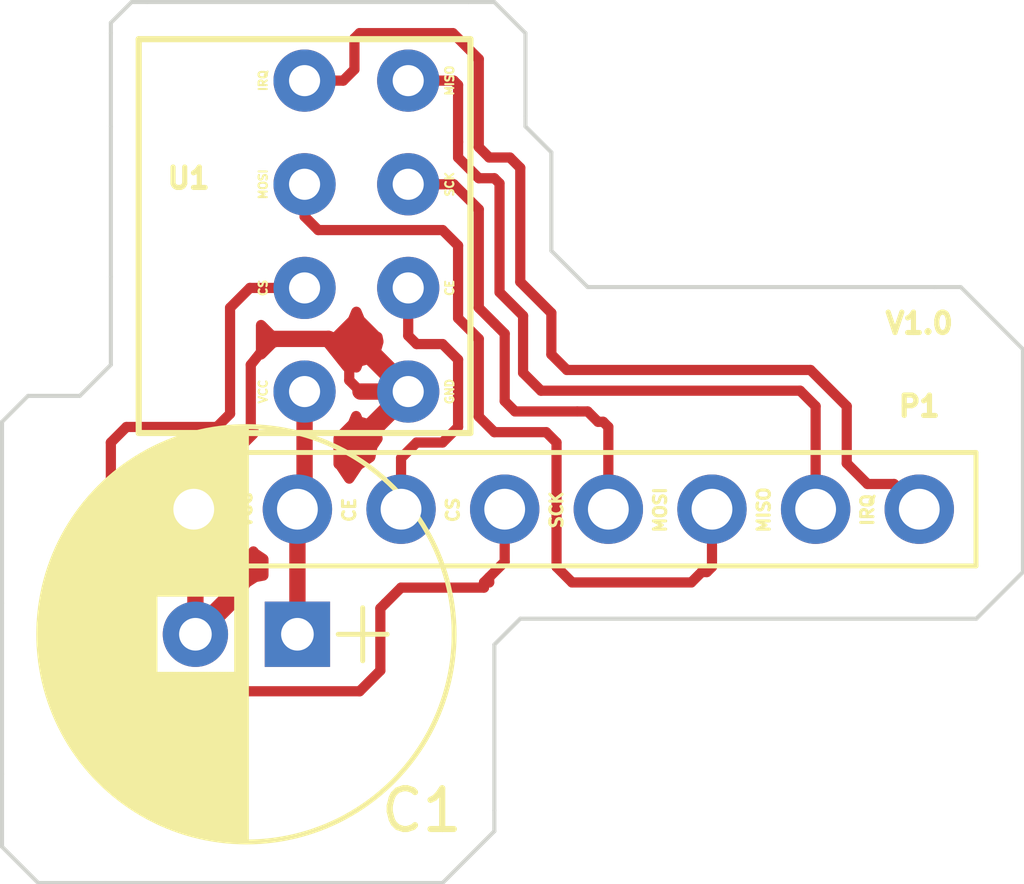
<source format=kicad_pcb>
(kicad_pcb (version 4) (host pcbnew 4.0.4-stable)

  (general
    (links 10)
    (no_connects 0)
    (area 147.269999 97.739999 172.389001 119.430001)
    (thickness 1.6)
    (drawings 43)
    (tracks 116)
    (zones 0)
    (modules 3)
    (nets 9)
  )

  (page A4)
  (layers
    (0 F.Cu signal)
    (31 B.Cu signal)
    (32 B.Adhes user)
    (33 F.Adhes user)
    (34 B.Paste user)
    (35 F.Paste user)
    (36 B.SilkS user)
    (37 F.SilkS user)
    (38 B.Mask user)
    (39 F.Mask user)
    (40 Dwgs.User user)
    (41 Cmts.User user)
    (42 Eco1.User user)
    (43 Eco2.User user)
    (44 Edge.Cuts user)
    (45 Margin user)
    (46 B.CrtYd user)
    (47 F.CrtYd user)
    (48 B.Fab user)
    (49 F.Fab user)
  )

  (setup
    (last_trace_width 0.25)
    (user_trace_width 0.4)
    (trace_clearance 0.2)
    (zone_clearance 0.508)
    (zone_45_only no)
    (trace_min 0.2)
    (segment_width 0.2)
    (edge_width 0.1)
    (via_size 0.6)
    (via_drill 0.4)
    (via_min_size 0.4)
    (via_min_drill 0.3)
    (uvia_size 0.3)
    (uvia_drill 0.1)
    (uvias_allowed no)
    (uvia_min_size 0.2)
    (uvia_min_drill 0.1)
    (pcb_text_width 0.3)
    (pcb_text_size 1.5 1.5)
    (mod_edge_width 0.15)
    (mod_text_size 1 1)
    (mod_text_width 0.15)
    (pad_size 1.5 1.5)
    (pad_drill 0.6)
    (pad_to_mask_clearance 0)
    (aux_axis_origin 0 0)
    (visible_elements 7FFFFFFF)
    (pcbplotparams
      (layerselection 0x010f0_80000001)
      (usegerberextensions true)
      (excludeedgelayer true)
      (linewidth 0.100000)
      (plotframeref false)
      (viasonmask false)
      (mode 1)
      (useauxorigin false)
      (hpglpennumber 1)
      (hpglpenspeed 20)
      (hpglpendiameter 15)
      (hpglpenoverlay 2)
      (psnegative false)
      (psa4output false)
      (plotreference true)
      (plotvalue true)
      (plotinvisibletext false)
      (padsonsilk false)
      (subtractmaskfromsilk false)
      (outputformat 1)
      (mirror false)
      (drillshape 0)
      (scaleselection 1)
      (outputdirectory Gerber/))
  )

  (net 0 "")
  (net 1 "Net-(P1-Pad3)")
  (net 2 "Net-(P1-Pad4)")
  (net 3 "Net-(P1-Pad5)")
  (net 4 "Net-(P1-Pad6)")
  (net 5 "Net-(P1-Pad7)")
  (net 6 "Net-(P1-Pad8)")
  (net 7 "Net-(C1-Pad1)")
  (net 8 "Net-(C1-Pad2)")

  (net_class Default "This is the default net class."
    (clearance 0.2)
    (trace_width 0.25)
    (via_dia 0.6)
    (via_drill 0.4)
    (uvia_dia 0.3)
    (uvia_drill 0.1)
    (add_net "Net-(C1-Pad1)")
    (add_net "Net-(C1-Pad2)")
    (add_net "Net-(P1-Pad3)")
    (add_net "Net-(P1-Pad4)")
    (add_net "Net-(P1-Pad5)")
    (add_net "Net-(P1-Pad6)")
    (add_net "Net-(P1-Pad7)")
    (add_net "Net-(P1-Pad8)")
  )

  (module Capacitors_ThroughHole:CP_Radial_D10.0mm_P2.50mm (layer F.Cu) (tedit 58978FDA) (tstamp 58977D41)
    (at 154.559 113.284 180)
    (descr "CP, Radial series, Radial, pin pitch=2.50mm, , diameter=10mm, Electrolytic Capacitor")
    (tags "CP Radial series Radial pin pitch 2.50mm  diameter 10mm Electrolytic Capacitor")
    (path /58977AA8)
    (fp_text reference C1 (at -3.048 -4.318 180) (layer F.SilkS)
      (effects (font (size 1 1) (thickness 0.15)))
    )
    (fp_text value 10uF (at 5.461 4.191 180) (layer F.Fab)
      (effects (font (size 0.3 0.3) (thickness 0.075)))
    )
    (fp_circle (center 1.25 0) (end 6.25 0) (layer F.Fab) (width 0.1))
    (fp_circle (center 1.25 0) (end 6.34 0) (layer F.SilkS) (width 0.12))
    (fp_line (start -2.2 0) (end -1 0) (layer F.Fab) (width 0.1))
    (fp_line (start -1.6 -0.65) (end -1.6 0.65) (layer F.Fab) (width 0.1))
    (fp_line (start 1.25 -5.05) (end 1.25 5.05) (layer F.SilkS) (width 0.12))
    (fp_line (start 1.29 -5.05) (end 1.29 5.05) (layer F.SilkS) (width 0.12))
    (fp_line (start 1.33 -5.05) (end 1.33 5.05) (layer F.SilkS) (width 0.12))
    (fp_line (start 1.37 -5.049) (end 1.37 5.049) (layer F.SilkS) (width 0.12))
    (fp_line (start 1.41 -5.048) (end 1.41 5.048) (layer F.SilkS) (width 0.12))
    (fp_line (start 1.45 -5.047) (end 1.45 5.047) (layer F.SilkS) (width 0.12))
    (fp_line (start 1.49 -5.045) (end 1.49 5.045) (layer F.SilkS) (width 0.12))
    (fp_line (start 1.53 -5.043) (end 1.53 -0.98) (layer F.SilkS) (width 0.12))
    (fp_line (start 1.53 0.98) (end 1.53 5.043) (layer F.SilkS) (width 0.12))
    (fp_line (start 1.57 -5.04) (end 1.57 -0.98) (layer F.SilkS) (width 0.12))
    (fp_line (start 1.57 0.98) (end 1.57 5.04) (layer F.SilkS) (width 0.12))
    (fp_line (start 1.61 -5.038) (end 1.61 -0.98) (layer F.SilkS) (width 0.12))
    (fp_line (start 1.61 0.98) (end 1.61 5.038) (layer F.SilkS) (width 0.12))
    (fp_line (start 1.65 -5.035) (end 1.65 -0.98) (layer F.SilkS) (width 0.12))
    (fp_line (start 1.65 0.98) (end 1.65 5.035) (layer F.SilkS) (width 0.12))
    (fp_line (start 1.69 -5.031) (end 1.69 -0.98) (layer F.SilkS) (width 0.12))
    (fp_line (start 1.69 0.98) (end 1.69 5.031) (layer F.SilkS) (width 0.12))
    (fp_line (start 1.73 -5.028) (end 1.73 -0.98) (layer F.SilkS) (width 0.12))
    (fp_line (start 1.73 0.98) (end 1.73 5.028) (layer F.SilkS) (width 0.12))
    (fp_line (start 1.77 -5.024) (end 1.77 -0.98) (layer F.SilkS) (width 0.12))
    (fp_line (start 1.77 0.98) (end 1.77 5.024) (layer F.SilkS) (width 0.12))
    (fp_line (start 1.81 -5.02) (end 1.81 -0.98) (layer F.SilkS) (width 0.12))
    (fp_line (start 1.81 0.98) (end 1.81 5.02) (layer F.SilkS) (width 0.12))
    (fp_line (start 1.85 -5.015) (end 1.85 -0.98) (layer F.SilkS) (width 0.12))
    (fp_line (start 1.85 0.98) (end 1.85 5.015) (layer F.SilkS) (width 0.12))
    (fp_line (start 1.89 -5.01) (end 1.89 -0.98) (layer F.SilkS) (width 0.12))
    (fp_line (start 1.89 0.98) (end 1.89 5.01) (layer F.SilkS) (width 0.12))
    (fp_line (start 1.93 -5.005) (end 1.93 -0.98) (layer F.SilkS) (width 0.12))
    (fp_line (start 1.93 0.98) (end 1.93 5.005) (layer F.SilkS) (width 0.12))
    (fp_line (start 1.971 -4.999) (end 1.971 -0.98) (layer F.SilkS) (width 0.12))
    (fp_line (start 1.971 0.98) (end 1.971 4.999) (layer F.SilkS) (width 0.12))
    (fp_line (start 2.011 -4.993) (end 2.011 -0.98) (layer F.SilkS) (width 0.12))
    (fp_line (start 2.011 0.98) (end 2.011 4.993) (layer F.SilkS) (width 0.12))
    (fp_line (start 2.051 -4.987) (end 2.051 -0.98) (layer F.SilkS) (width 0.12))
    (fp_line (start 2.051 0.98) (end 2.051 4.987) (layer F.SilkS) (width 0.12))
    (fp_line (start 2.091 -4.981) (end 2.091 -0.98) (layer F.SilkS) (width 0.12))
    (fp_line (start 2.091 0.98) (end 2.091 4.981) (layer F.SilkS) (width 0.12))
    (fp_line (start 2.131 -4.974) (end 2.131 -0.98) (layer F.SilkS) (width 0.12))
    (fp_line (start 2.131 0.98) (end 2.131 4.974) (layer F.SilkS) (width 0.12))
    (fp_line (start 2.171 -4.967) (end 2.171 -0.98) (layer F.SilkS) (width 0.12))
    (fp_line (start 2.171 0.98) (end 2.171 4.967) (layer F.SilkS) (width 0.12))
    (fp_line (start 2.211 -4.959) (end 2.211 -0.98) (layer F.SilkS) (width 0.12))
    (fp_line (start 2.211 0.98) (end 2.211 4.959) (layer F.SilkS) (width 0.12))
    (fp_line (start 2.251 -4.951) (end 2.251 -0.98) (layer F.SilkS) (width 0.12))
    (fp_line (start 2.251 0.98) (end 2.251 4.951) (layer F.SilkS) (width 0.12))
    (fp_line (start 2.291 -4.943) (end 2.291 -0.98) (layer F.SilkS) (width 0.12))
    (fp_line (start 2.291 0.98) (end 2.291 4.943) (layer F.SilkS) (width 0.12))
    (fp_line (start 2.331 -4.935) (end 2.331 -0.98) (layer F.SilkS) (width 0.12))
    (fp_line (start 2.331 0.98) (end 2.331 4.935) (layer F.SilkS) (width 0.12))
    (fp_line (start 2.371 -4.926) (end 2.371 -0.98) (layer F.SilkS) (width 0.12))
    (fp_line (start 2.371 0.98) (end 2.371 4.926) (layer F.SilkS) (width 0.12))
    (fp_line (start 2.411 -4.917) (end 2.411 -0.98) (layer F.SilkS) (width 0.12))
    (fp_line (start 2.411 0.98) (end 2.411 4.917) (layer F.SilkS) (width 0.12))
    (fp_line (start 2.451 -4.907) (end 2.451 -0.98) (layer F.SilkS) (width 0.12))
    (fp_line (start 2.451 0.98) (end 2.451 4.907) (layer F.SilkS) (width 0.12))
    (fp_line (start 2.491 -4.897) (end 2.491 -0.98) (layer F.SilkS) (width 0.12))
    (fp_line (start 2.491 0.98) (end 2.491 4.897) (layer F.SilkS) (width 0.12))
    (fp_line (start 2.531 -4.887) (end 2.531 -0.98) (layer F.SilkS) (width 0.12))
    (fp_line (start 2.531 0.98) (end 2.531 4.887) (layer F.SilkS) (width 0.12))
    (fp_line (start 2.571 -4.876) (end 2.571 -0.98) (layer F.SilkS) (width 0.12))
    (fp_line (start 2.571 0.98) (end 2.571 4.876) (layer F.SilkS) (width 0.12))
    (fp_line (start 2.611 -4.865) (end 2.611 -0.98) (layer F.SilkS) (width 0.12))
    (fp_line (start 2.611 0.98) (end 2.611 4.865) (layer F.SilkS) (width 0.12))
    (fp_line (start 2.651 -4.854) (end 2.651 -0.98) (layer F.SilkS) (width 0.12))
    (fp_line (start 2.651 0.98) (end 2.651 4.854) (layer F.SilkS) (width 0.12))
    (fp_line (start 2.691 -4.843) (end 2.691 -0.98) (layer F.SilkS) (width 0.12))
    (fp_line (start 2.691 0.98) (end 2.691 4.843) (layer F.SilkS) (width 0.12))
    (fp_line (start 2.731 -4.831) (end 2.731 -0.98) (layer F.SilkS) (width 0.12))
    (fp_line (start 2.731 0.98) (end 2.731 4.831) (layer F.SilkS) (width 0.12))
    (fp_line (start 2.771 -4.818) (end 2.771 -0.98) (layer F.SilkS) (width 0.12))
    (fp_line (start 2.771 0.98) (end 2.771 4.818) (layer F.SilkS) (width 0.12))
    (fp_line (start 2.811 -4.806) (end 2.811 -0.98) (layer F.SilkS) (width 0.12))
    (fp_line (start 2.811 0.98) (end 2.811 4.806) (layer F.SilkS) (width 0.12))
    (fp_line (start 2.851 -4.792) (end 2.851 -0.98) (layer F.SilkS) (width 0.12))
    (fp_line (start 2.851 0.98) (end 2.851 4.792) (layer F.SilkS) (width 0.12))
    (fp_line (start 2.891 -4.779) (end 2.891 -0.98) (layer F.SilkS) (width 0.12))
    (fp_line (start 2.891 0.98) (end 2.891 4.779) (layer F.SilkS) (width 0.12))
    (fp_line (start 2.931 -4.765) (end 2.931 -0.98) (layer F.SilkS) (width 0.12))
    (fp_line (start 2.931 0.98) (end 2.931 4.765) (layer F.SilkS) (width 0.12))
    (fp_line (start 2.971 -4.751) (end 2.971 -0.98) (layer F.SilkS) (width 0.12))
    (fp_line (start 2.971 0.98) (end 2.971 4.751) (layer F.SilkS) (width 0.12))
    (fp_line (start 3.011 -4.737) (end 3.011 -0.98) (layer F.SilkS) (width 0.12))
    (fp_line (start 3.011 0.98) (end 3.011 4.737) (layer F.SilkS) (width 0.12))
    (fp_line (start 3.051 -4.722) (end 3.051 -0.98) (layer F.SilkS) (width 0.12))
    (fp_line (start 3.051 0.98) (end 3.051 4.722) (layer F.SilkS) (width 0.12))
    (fp_line (start 3.091 -4.706) (end 3.091 -0.98) (layer F.SilkS) (width 0.12))
    (fp_line (start 3.091 0.98) (end 3.091 4.706) (layer F.SilkS) (width 0.12))
    (fp_line (start 3.131 -4.691) (end 3.131 -0.98) (layer F.SilkS) (width 0.12))
    (fp_line (start 3.131 0.98) (end 3.131 4.691) (layer F.SilkS) (width 0.12))
    (fp_line (start 3.171 -4.674) (end 3.171 -0.98) (layer F.SilkS) (width 0.12))
    (fp_line (start 3.171 0.98) (end 3.171 4.674) (layer F.SilkS) (width 0.12))
    (fp_line (start 3.211 -4.658) (end 3.211 -0.98) (layer F.SilkS) (width 0.12))
    (fp_line (start 3.211 0.98) (end 3.211 4.658) (layer F.SilkS) (width 0.12))
    (fp_line (start 3.251 -4.641) (end 3.251 -0.98) (layer F.SilkS) (width 0.12))
    (fp_line (start 3.251 0.98) (end 3.251 4.641) (layer F.SilkS) (width 0.12))
    (fp_line (start 3.291 -4.624) (end 3.291 -0.98) (layer F.SilkS) (width 0.12))
    (fp_line (start 3.291 0.98) (end 3.291 4.624) (layer F.SilkS) (width 0.12))
    (fp_line (start 3.331 -4.606) (end 3.331 -0.98) (layer F.SilkS) (width 0.12))
    (fp_line (start 3.331 0.98) (end 3.331 4.606) (layer F.SilkS) (width 0.12))
    (fp_line (start 3.371 -4.588) (end 3.371 -0.98) (layer F.SilkS) (width 0.12))
    (fp_line (start 3.371 0.98) (end 3.371 4.588) (layer F.SilkS) (width 0.12))
    (fp_line (start 3.411 -4.569) (end 3.411 -0.98) (layer F.SilkS) (width 0.12))
    (fp_line (start 3.411 0.98) (end 3.411 4.569) (layer F.SilkS) (width 0.12))
    (fp_line (start 3.451 -4.55) (end 3.451 -0.98) (layer F.SilkS) (width 0.12))
    (fp_line (start 3.451 0.98) (end 3.451 4.55) (layer F.SilkS) (width 0.12))
    (fp_line (start 3.491 -4.531) (end 3.491 4.531) (layer F.SilkS) (width 0.12))
    (fp_line (start 3.531 -4.511) (end 3.531 4.511) (layer F.SilkS) (width 0.12))
    (fp_line (start 3.571 -4.491) (end 3.571 4.491) (layer F.SilkS) (width 0.12))
    (fp_line (start 3.611 -4.47) (end 3.611 4.47) (layer F.SilkS) (width 0.12))
    (fp_line (start 3.651 -4.449) (end 3.651 4.449) (layer F.SilkS) (width 0.12))
    (fp_line (start 3.691 -4.428) (end 3.691 4.428) (layer F.SilkS) (width 0.12))
    (fp_line (start 3.731 -4.405) (end 3.731 4.405) (layer F.SilkS) (width 0.12))
    (fp_line (start 3.771 -4.383) (end 3.771 4.383) (layer F.SilkS) (width 0.12))
    (fp_line (start 3.811 -4.36) (end 3.811 4.36) (layer F.SilkS) (width 0.12))
    (fp_line (start 3.851 -4.336) (end 3.851 4.336) (layer F.SilkS) (width 0.12))
    (fp_line (start 3.891 -4.312) (end 3.891 4.312) (layer F.SilkS) (width 0.12))
    (fp_line (start 3.931 -4.288) (end 3.931 4.288) (layer F.SilkS) (width 0.12))
    (fp_line (start 3.971 -4.263) (end 3.971 4.263) (layer F.SilkS) (width 0.12))
    (fp_line (start 4.011 -4.237) (end 4.011 4.237) (layer F.SilkS) (width 0.12))
    (fp_line (start 4.051 -4.211) (end 4.051 4.211) (layer F.SilkS) (width 0.12))
    (fp_line (start 4.091 -4.185) (end 4.091 4.185) (layer F.SilkS) (width 0.12))
    (fp_line (start 4.131 -4.157) (end 4.131 4.157) (layer F.SilkS) (width 0.12))
    (fp_line (start 4.171 -4.13) (end 4.171 4.13) (layer F.SilkS) (width 0.12))
    (fp_line (start 4.211 -4.101) (end 4.211 4.101) (layer F.SilkS) (width 0.12))
    (fp_line (start 4.251 -4.072) (end 4.251 4.072) (layer F.SilkS) (width 0.12))
    (fp_line (start 4.291 -4.043) (end 4.291 4.043) (layer F.SilkS) (width 0.12))
    (fp_line (start 4.331 -4.013) (end 4.331 4.013) (layer F.SilkS) (width 0.12))
    (fp_line (start 4.371 -3.982) (end 4.371 3.982) (layer F.SilkS) (width 0.12))
    (fp_line (start 4.411 -3.951) (end 4.411 3.951) (layer F.SilkS) (width 0.12))
    (fp_line (start 4.451 -3.919) (end 4.451 3.919) (layer F.SilkS) (width 0.12))
    (fp_line (start 4.491 -3.886) (end 4.491 3.886) (layer F.SilkS) (width 0.12))
    (fp_line (start 4.531 -3.853) (end 4.531 3.853) (layer F.SilkS) (width 0.12))
    (fp_line (start 4.571 -3.819) (end 4.571 3.819) (layer F.SilkS) (width 0.12))
    (fp_line (start 4.611 -3.784) (end 4.611 3.784) (layer F.SilkS) (width 0.12))
    (fp_line (start 4.651 -3.748) (end 4.651 3.748) (layer F.SilkS) (width 0.12))
    (fp_line (start 4.691 -3.712) (end 4.691 3.712) (layer F.SilkS) (width 0.12))
    (fp_line (start 4.731 -3.675) (end 4.731 3.675) (layer F.SilkS) (width 0.12))
    (fp_line (start 4.771 -3.637) (end 4.771 3.637) (layer F.SilkS) (width 0.12))
    (fp_line (start 4.811 -3.598) (end 4.811 3.598) (layer F.SilkS) (width 0.12))
    (fp_line (start 4.851 -3.559) (end 4.851 3.559) (layer F.SilkS) (width 0.12))
    (fp_line (start 4.891 -3.518) (end 4.891 3.518) (layer F.SilkS) (width 0.12))
    (fp_line (start 4.931 -3.477) (end 4.931 3.477) (layer F.SilkS) (width 0.12))
    (fp_line (start 4.971 -3.435) (end 4.971 3.435) (layer F.SilkS) (width 0.12))
    (fp_line (start 5.011 -3.391) (end 5.011 3.391) (layer F.SilkS) (width 0.12))
    (fp_line (start 5.051 -3.347) (end 5.051 3.347) (layer F.SilkS) (width 0.12))
    (fp_line (start 5.091 -3.302) (end 5.091 3.302) (layer F.SilkS) (width 0.12))
    (fp_line (start 5.131 -3.255) (end 5.131 3.255) (layer F.SilkS) (width 0.12))
    (fp_line (start 5.171 -3.207) (end 5.171 3.207) (layer F.SilkS) (width 0.12))
    (fp_line (start 5.211 -3.158) (end 5.211 3.158) (layer F.SilkS) (width 0.12))
    (fp_line (start 5.251 -3.108) (end 5.251 3.108) (layer F.SilkS) (width 0.12))
    (fp_line (start 5.291 -3.057) (end 5.291 3.057) (layer F.SilkS) (width 0.12))
    (fp_line (start 5.331 -3.004) (end 5.331 3.004) (layer F.SilkS) (width 0.12))
    (fp_line (start 5.371 -2.949) (end 5.371 2.949) (layer F.SilkS) (width 0.12))
    (fp_line (start 5.411 -2.894) (end 5.411 2.894) (layer F.SilkS) (width 0.12))
    (fp_line (start 5.451 -2.836) (end 5.451 2.836) (layer F.SilkS) (width 0.12))
    (fp_line (start 5.491 -2.777) (end 5.491 2.777) (layer F.SilkS) (width 0.12))
    (fp_line (start 5.531 -2.715) (end 5.531 2.715) (layer F.SilkS) (width 0.12))
    (fp_line (start 5.571 -2.652) (end 5.571 2.652) (layer F.SilkS) (width 0.12))
    (fp_line (start 5.611 -2.587) (end 5.611 2.587) (layer F.SilkS) (width 0.12))
    (fp_line (start 5.651 -2.519) (end 5.651 2.519) (layer F.SilkS) (width 0.12))
    (fp_line (start 5.691 -2.449) (end 5.691 2.449) (layer F.SilkS) (width 0.12))
    (fp_line (start 5.731 -2.377) (end 5.731 2.377) (layer F.SilkS) (width 0.12))
    (fp_line (start 5.771 -2.301) (end 5.771 2.301) (layer F.SilkS) (width 0.12))
    (fp_line (start 5.811 -2.222) (end 5.811 2.222) (layer F.SilkS) (width 0.12))
    (fp_line (start 5.851 -2.14) (end 5.851 2.14) (layer F.SilkS) (width 0.12))
    (fp_line (start 5.891 -2.053) (end 5.891 2.053) (layer F.SilkS) (width 0.12))
    (fp_line (start 5.931 -1.962) (end 5.931 1.962) (layer F.SilkS) (width 0.12))
    (fp_line (start 5.971 -1.866) (end 5.971 1.866) (layer F.SilkS) (width 0.12))
    (fp_line (start 6.011 -1.763) (end 6.011 1.763) (layer F.SilkS) (width 0.12))
    (fp_line (start 6.051 -1.654) (end 6.051 1.654) (layer F.SilkS) (width 0.12))
    (fp_line (start 6.091 -1.536) (end 6.091 1.536) (layer F.SilkS) (width 0.12))
    (fp_line (start 6.131 -1.407) (end 6.131 1.407) (layer F.SilkS) (width 0.12))
    (fp_line (start 6.171 -1.265) (end 6.171 1.265) (layer F.SilkS) (width 0.12))
    (fp_line (start 6.211 -1.104) (end 6.211 1.104) (layer F.SilkS) (width 0.12))
    (fp_line (start 6.251 -0.913) (end 6.251 0.913) (layer F.SilkS) (width 0.12))
    (fp_line (start 6.291 -0.672) (end 6.291 0.672) (layer F.SilkS) (width 0.12))
    (fp_line (start 6.331 -0.279) (end 6.331 0.279) (layer F.SilkS) (width 0.12))
    (fp_line (start -2.2 0) (end -1 0) (layer F.SilkS) (width 0.12))
    (fp_line (start -1.6 -0.65) (end -1.6 0.65) (layer F.SilkS) (width 0.12))
    (fp_line (start -4.1 -5.35) (end -4.1 5.35) (layer F.CrtYd) (width 0.05))
    (fp_line (start -4.1 5.35) (end 6.6 5.35) (layer F.CrtYd) (width 0.05))
    (fp_line (start 6.6 5.35) (end 6.6 -5.35) (layer F.CrtYd) (width 0.05))
    (fp_line (start 6.6 -5.35) (end -4.1 -5.35) (layer F.CrtYd) (width 0.05))
    (pad 1 thru_hole rect (at 0 0 180) (size 1.6 1.6) (drill 0.8) (layers *.Cu *.Mask)
      (net 7 "Net-(C1-Pad1)"))
    (pad 2 thru_hole circle (at 2.5 0 180) (size 1.6 1.6) (drill 0.8) (layers *.Cu *.Mask)
      (net 8 "Net-(C1-Pad2)"))
    (model Capacitors_ThroughHole.3dshapes/CP_Radial_D10.0mm_P2.50mm.wrl
      (at (xyz 0 0 0))
      (scale (xyz 0.393701 0.393701 0.393701))
      (rotate (xyz 0 0 0))
    )
  )

  (module Pin_Headers:Pin_Header_Straight_1x08_Pitch2.54mm (layer F.Cu) (tedit 5897900E) (tstamp 58976A89)
    (at 152.0185 110.219167 90)
    (descr "Through hole straight pin header, 1x08, 2.54mm pitch, single row")
    (tags "Through hole pin header THT 1x08 2.54mm single row")
    (path /580B3150)
    (fp_text reference P1 (at 2.523167 17.7805 180) (layer F.SilkS)
      (effects (font (size 0.5 0.5) (thickness 0.125)))
    )
    (fp_text value CONN_01X08 (at 4.428167 14.0975 180) (layer F.Fab)
      (effects (font (size 0.5 0.5) (thickness 0.125)))
    )
    (fp_line (start -1.27 -1.27) (end -1.27 19.05) (layer F.Fab) (width 0.1))
    (fp_line (start -1.27 19.05) (end 1.27 19.05) (layer F.Fab) (width 0.1))
    (fp_line (start 1.27 19.05) (end 1.27 -1.27) (layer F.Fab) (width 0.1))
    (fp_line (start 1.27 -1.27) (end -1.27 -1.27) (layer F.Fab) (width 0.1))
    (fp_line (start -1.39 1.27) (end -1.39 19.17) (layer F.SilkS) (width 0.12))
    (fp_line (start -1.39 19.17) (end 1.39 19.17) (layer F.SilkS) (width 0.12))
    (fp_line (start 1.39 19.17) (end 1.39 1.27) (layer F.SilkS) (width 0.12))
    (fp_line (start 1.39 1.27) (end -1.39 1.27) (layer F.SilkS) (width 0.12))
    (fp_line (start -1.39 0) (end -1.39 -1.39) (layer F.SilkS) (width 0.12))
    (fp_line (start -1.39 -1.39) (end 0 -1.39) (layer F.SilkS) (width 0.12))
    (fp_line (start -1.6 -1.6) (end -1.6 19.3) (layer F.CrtYd) (width 0.05))
    (fp_line (start -1.6 19.3) (end 1.6 19.3) (layer F.CrtYd) (width 0.05))
    (fp_line (start 1.6 19.3) (end 1.6 -1.6) (layer F.CrtYd) (width 0.05))
    (fp_line (start 1.6 -1.6) (end -1.6 -1.6) (layer F.CrtYd) (width 0.05))
    (pad 1 thru_hole rect (at 0 0 90) (size 1.7 1.7) (drill 1) (layers *.Cu *.Mask)
      (net 8 "Net-(C1-Pad2)"))
    (pad 2 thru_hole oval (at 0 2.54 90) (size 1.7 1.7) (drill 1) (layers *.Cu *.Mask)
      (net 7 "Net-(C1-Pad1)"))
    (pad 3 thru_hole oval (at 0 5.08 90) (size 1.7 1.7) (drill 1) (layers *.Cu *.Mask)
      (net 1 "Net-(P1-Pad3)"))
    (pad 4 thru_hole oval (at 0 7.62 90) (size 1.7 1.7) (drill 1) (layers *.Cu *.Mask)
      (net 2 "Net-(P1-Pad4)"))
    (pad 5 thru_hole oval (at 0 10.16 90) (size 1.7 1.7) (drill 1) (layers *.Cu *.Mask)
      (net 3 "Net-(P1-Pad5)"))
    (pad 6 thru_hole oval (at 0 12.7 90) (size 1.7 1.7) (drill 1) (layers *.Cu *.Mask)
      (net 4 "Net-(P1-Pad6)"))
    (pad 7 thru_hole oval (at 0 15.24 90) (size 1.7 1.7) (drill 1) (layers *.Cu *.Mask)
      (net 5 "Net-(P1-Pad7)"))
    (pad 8 thru_hole oval (at 0 17.78 90) (size 1.7 1.7) (drill 1) (layers *.Cu *.Mask)
      (net 6 "Net-(P1-Pad8)"))
    (model Pin_Headers.3dshapes/Pin_Header_Straight_1x08_Pitch2.54mm.wrl
      (at (xyz 0 -0.35 0))
      (scale (xyz 1 1 1))
      (rotate (xyz 0 0 90))
    )
  )

  (module nRF24:nRF24 (layer F.Cu) (tedit 58979007) (tstamp 58976AA1)
    (at 154.734001 103.780001)
    (descr "A footprint for the generic nRF24 module")
    (path /58977CC8)
    (fp_text reference U1 (at -2.842001 -1.672001) (layer F.SilkS)
      (effects (font (size 0.5 0.5) (thickness 0.125)))
    )
    (fp_text value nRF24 (at -2.969001 1.502999 90) (layer F.Fab)
      (effects (font (size 0.5 0.5) (thickness 0.125)))
    )
    (fp_line (start 4.064 -5.08) (end -4.064 -5.08) (layer F.SilkS) (width 0.15))
    (fp_line (start -4.064 -5.08) (end -4.064 4.572) (layer F.SilkS) (width 0.15))
    (fp_line (start -4.064 4.572) (end 4.064 4.572) (layer F.SilkS) (width 0.15))
    (fp_line (start 4.064 4.572) (end 4.064 -5.08) (layer F.SilkS) (width 0.15))
    (fp_text user MISO (at 3.556 -4.064 90) (layer F.SilkS)
      (effects (font (size 0.2 0.2) (thickness 0.05)))
    )
    (fp_text user IRQ (at -1.016 -4.064 90) (layer F.SilkS)
      (effects (font (size 0.2 0.2) (thickness 0.05)))
    )
    (fp_text user MOSI (at -1.016 -1.524 90) (layer F.SilkS)
      (effects (font (size 0.2 0.2) (thickness 0.05)))
    )
    (fp_text user SCK (at 3.556 -1.524 90) (layer F.SilkS)
      (effects (font (size 0.2 0.2) (thickness 0.05)))
    )
    (fp_text user CE (at 3.556 1.016 90) (layer F.SilkS)
      (effects (font (size 0.2 0.2) (thickness 0.05)))
    )
    (fp_text user CS (at -1.016 1.016 90) (layer F.SilkS)
      (effects (font (size 0.2 0.2) (thickness 0.05)))
    )
    (fp_text user VCC (at -1.016 3.556 90) (layer F.SilkS)
      (effects (font (size 0.2 0.2) (thickness 0.05)))
    )
    (fp_text user GND (at 3.556 3.556 90) (layer F.SilkS)
      (effects (font (size 0.2 0.2) (thickness 0.05)))
    )
    (pad 1 thru_hole circle (at 2.54 3.556) (size 1.524 1.524) (drill 0.762) (layers *.Cu *.Mask)
      (net 8 "Net-(C1-Pad2)"))
    (pad 2 thru_hole circle (at 0 3.556) (size 1.524 1.524) (drill 0.762) (layers *.Cu *.Mask)
      (net 7 "Net-(C1-Pad1)"))
    (pad 3 thru_hole circle (at 2.54 1.016) (size 1.524 1.524) (drill 0.762) (layers *.Cu *.Mask)
      (net 1 "Net-(P1-Pad3)"))
    (pad 4 thru_hole circle (at 0 1.016) (size 1.524 1.524) (drill 0.762) (layers *.Cu *.Mask)
      (net 2 "Net-(P1-Pad4)"))
    (pad 5 thru_hole circle (at 2.54 -1.524) (size 1.524 1.524) (drill 0.762) (layers *.Cu *.Mask)
      (net 3 "Net-(P1-Pad5)"))
    (pad 6 thru_hole circle (at 0 -1.524) (size 1.524 1.524) (drill 0.762) (layers *.Cu *.Mask)
      (net 4 "Net-(P1-Pad6)"))
    (pad 7 thru_hole circle (at 2.54 -4.064) (size 1.524 1.524) (drill 0.762) (layers *.Cu *.Mask)
      (net 5 "Net-(P1-Pad7)"))
    (pad 8 thru_hole circle (at 0 -4.064) (size 1.524 1.524) (drill 0.762) (layers *.Cu *.Mask)
      (net 6 "Net-(P1-Pad8)"))
  )

  (gr_line (start 150.495 97.79) (end 150.876 97.79) (angle 90) (layer Edge.Cuts) (width 0.1))
  (gr_line (start 149.987 98.298) (end 150.495 97.79) (angle 90) (layer Edge.Cuts) (width 0.1))
  (gr_line (start 149.987 98.552) (end 149.987 98.298) (angle 90) (layer Edge.Cuts) (width 0.1))
  (gr_line (start 149.987 100.838) (end 149.987 98.552) (angle 90) (layer Edge.Cuts) (width 0.1))
  (gr_line (start 149.987 104.521) (end 149.987 100.838) (angle 90) (layer Edge.Cuts) (width 0.1))
  (gr_line (start 149.987 106.68) (end 149.987 104.521) (angle 90) (layer Edge.Cuts) (width 0.1))
  (gr_line (start 149.225 107.442) (end 149.987 106.68) (angle 90) (layer Edge.Cuts) (width 0.1))
  (gr_line (start 147.955 107.442) (end 149.225 107.442) (angle 90) (layer Edge.Cuts) (width 0.1))
  (gr_line (start 147.32 108.077) (end 147.955 107.442) (angle 90) (layer Edge.Cuts) (width 0.1))
  (gr_line (start 147.32 112.522) (end 147.32 108.077) (angle 90) (layer Edge.Cuts) (width 0.1))
  (gr_line (start 147.32 116.713) (end 147.32 112.522) (angle 90) (layer Edge.Cuts) (width 0.1))
  (gr_line (start 147.32 118.491) (end 147.32 116.713) (angle 90) (layer Edge.Cuts) (width 0.1))
  (gr_line (start 148.209 119.38) (end 147.32 118.491) (angle 90) (layer Edge.Cuts) (width 0.1))
  (gr_line (start 149.86 119.38) (end 148.209 119.38) (angle 90) (layer Edge.Cuts) (width 0.1))
  (gr_line (start 158.115 119.38) (end 149.86 119.38) (angle 90) (layer Edge.Cuts) (width 0.1))
  (gr_line (start 159.385 118.11) (end 158.115 119.38) (angle 90) (layer Edge.Cuts) (width 0.1))
  (gr_line (start 159.385 117.602) (end 159.385 118.11) (angle 90) (layer Edge.Cuts) (width 0.1))
  (gr_line (start 159.385 113.538) (end 159.385 117.602) (angle 90) (layer Edge.Cuts) (width 0.1))
  (gr_line (start 160.02 112.903) (end 159.385 113.538) (angle 90) (layer Edge.Cuts) (width 0.1))
  (gr_line (start 171.196 112.903) (end 160.02 112.903) (angle 90) (layer Edge.Cuts) (width 0.1))
  (gr_line (start 172.339 111.76) (end 171.196 112.903) (angle 90) (layer Edge.Cuts) (width 0.1))
  (gr_line (start 172.339 106.299) (end 172.339 111.76) (angle 90) (layer Edge.Cuts) (width 0.1))
  (gr_line (start 171.45 105.41) (end 172.339 106.299) (angle 90) (layer Edge.Cuts) (width 0.1))
  (gr_line (start 170.815 104.775) (end 171.45 105.41) (angle 90) (layer Edge.Cuts) (width 0.1))
  (gr_line (start 170.18 104.775) (end 170.815 104.775) (angle 90) (layer Edge.Cuts) (width 0.1))
  (gr_line (start 161.671 104.775) (end 170.18 104.775) (angle 90) (layer Edge.Cuts) (width 0.1))
  (gr_line (start 160.782 103.886) (end 161.671 104.775) (angle 90) (layer Edge.Cuts) (width 0.1))
  (gr_line (start 160.782 101.473) (end 160.782 103.886) (angle 90) (layer Edge.Cuts) (width 0.1))
  (gr_line (start 160.147 100.838) (end 160.782 101.473) (angle 90) (layer Edge.Cuts) (width 0.1))
  (gr_line (start 160.147 100.584) (end 160.147 100.838) (angle 90) (layer Edge.Cuts) (width 0.1))
  (gr_line (start 160.147 98.552) (end 160.147 100.584) (angle 90) (layer Edge.Cuts) (width 0.1))
  (gr_line (start 159.385 97.79) (end 160.147 98.552) (angle 90) (layer Edge.Cuts) (width 0.1))
  (gr_line (start 158.75 97.79) (end 159.385 97.79) (angle 90) (layer Edge.Cuts) (width 0.1))
  (gr_line (start 150.876 97.79) (end 158.75 97.79) (angle 90) (layer Edge.Cuts) (width 0.1))
  (gr_text IRQ (at 168.529 110.236 90) (layer F.SilkS) (tstamp 58977641)
    (effects (font (size 0.3 0.3) (thickness 0.075)))
  )
  (gr_text MISO (at 165.989 110.236 90) (layer F.SilkS) (tstamp 58977635)
    (effects (font (size 0.3 0.3) (thickness 0.075)))
  )
  (gr_text MOSI (at 163.449 110.236 90) (layer F.SilkS) (tstamp 58977625)
    (effects (font (size 0.3 0.3) (thickness 0.075)))
  )
  (gr_text SCK (at 160.909 110.236 90) (layer F.SilkS) (tstamp 58977614)
    (effects (font (size 0.3 0.3) (thickness 0.075)))
  )
  (gr_text CS (at 158.369 110.236 90) (layer F.SilkS) (tstamp 58977608)
    (effects (font (size 0.3 0.3) (thickness 0.075)))
  )
  (gr_text CE (at 155.829 110.236 90) (layer F.SilkS) (tstamp 589775F6)
    (effects (font (size 0.3 0.3) (thickness 0.075)))
  )
  (gr_text VCC (at 153.289 110.236 90) (layer F.SilkS) (tstamp 589775D3)
    (effects (font (size 0.3 0.3) (thickness 0.075)))
  )
  (gr_text GND (at 150.495 110.236 90) (layer F.SilkS)
    (effects (font (size 0.3 0.3) (thickness 0.075)))
  )
  (gr_text V1.0 (at 169.799 105.664) (layer F.SilkS)
    (effects (font (size 0.5 0.5) (thickness 0.125)))
  )

  (segment (start 157.0985 110.219167) (end 157.0985 108.9665) (width 0.25) (layer F.Cu) (net 1))
  (segment (start 157.274001 105.966001) (end 157.274001 104.796001) (width 0.25) (layer F.Cu) (net 1) (tstamp 58977093))
  (segment (start 157.48 106.172) (end 157.274001 105.966001) (width 0.25) (layer F.Cu) (net 1) (tstamp 5897708C))
  (segment (start 158.115 106.172) (end 157.48 106.172) (width 0.25) (layer F.Cu) (net 1) (tstamp 5897708A))
  (segment (start 158.496 106.553) (end 158.115 106.172) (width 0.25) (layer F.Cu) (net 1) (tstamp 58977088))
  (segment (start 158.496 108.204) (end 158.496 106.553) (width 0.25) (layer F.Cu) (net 1) (tstamp 58977083))
  (segment (start 158.115 108.585) (end 158.496 108.204) (width 0.25) (layer F.Cu) (net 1) (tstamp 58977080))
  (segment (start 157.48 108.585) (end 158.115 108.585) (width 0.25) (layer F.Cu) (net 1) (tstamp 5897707D))
  (segment (start 157.0985 108.9665) (end 157.48 108.585) (width 0.25) (layer F.Cu) (net 1) (tstamp 5897707B))
  (segment (start 150.241 112.014) (end 150.368 112.014) (width 0.25) (layer F.Cu) (net 2))
  (segment (start 153.394999 104.796001) (end 152.908 105.283) (width 0.25) (layer F.Cu) (net 2) (tstamp 589770B7))
  (segment (start 152.908 105.283) (end 152.908 107.880998) (width 0.25) (layer F.Cu) (net 2) (tstamp 589770C2))
  (segment (start 152.908 107.880998) (end 152.584998 108.204) (width 0.25) (layer F.Cu) (net 2) (tstamp 589770C5))
  (segment (start 152.584998 108.204) (end 150.368 108.204) (width 0.25) (layer F.Cu) (net 2) (tstamp 589770C6))
  (segment (start 150.368 108.204) (end 149.987 108.585) (width 0.25) (layer F.Cu) (net 2) (tstamp 589770DE))
  (segment (start 149.987 108.585) (end 149.987 111.76) (width 0.25) (layer F.Cu) (net 2) (tstamp 589770E1))
  (segment (start 149.987 111.76) (end 150.241 112.014) (width 0.25) (layer F.Cu) (net 2) (tstamp 589770E4))
  (segment (start 154.734001 104.796001) (end 153.394999 104.796001) (width 0.25) (layer F.Cu) (net 2))
  (segment (start 159.131 112.141) (end 159.131 112.014) (width 0.25) (layer F.Cu) (net 2) (tstamp 58977E75))
  (segment (start 157.099 112.141) (end 159.131 112.141) (width 0.25) (layer F.Cu) (net 2) (tstamp 58977E72))
  (segment (start 156.718 112.522) (end 157.099 112.141) (width 0.25) (layer F.Cu) (net 2) (tstamp 58977E70))
  (segment (start 156.591 112.649) (end 156.718 112.522) (width 0.25) (layer F.Cu) (net 2) (tstamp 58977E6E))
  (segment (start 156.591 114.173) (end 156.591 112.649) (width 0.25) (layer F.Cu) (net 2) (tstamp 58977E6C))
  (segment (start 156.083 114.681) (end 156.591 114.173) (width 0.25) (layer F.Cu) (net 2) (tstamp 58977E65))
  (segment (start 150.749 114.681) (end 156.083 114.681) (width 0.25) (layer F.Cu) (net 2) (tstamp 58977E5D))
  (segment (start 150.495 114.427) (end 150.749 114.681) (width 0.25) (layer F.Cu) (net 2) (tstamp 58977E5C))
  (segment (start 150.495 112.141) (end 150.495 114.427) (width 0.25) (layer F.Cu) (net 2) (tstamp 58977E58))
  (segment (start 150.368 112.014) (end 150.495 112.141) (width 0.25) (layer F.Cu) (net 2) (tstamp 58977E55))
  (segment (start 159.131 112.014) (end 159.258 112.014) (width 0.25) (layer F.Cu) (net 2) (tstamp 58977E77))
  (segment (start 159.258 112.014) (end 159.258 111.887) (width 0.25) (layer F.Cu) (net 2) (tstamp 58977E7F))
  (segment (start 159.6385 111.5065) (end 159.6385 110.219167) (width 0.25) (layer F.Cu) (net 2) (tstamp 589770F7))
  (segment (start 159.131 112.014) (end 159.258 111.887) (width 0.25) (layer F.Cu) (net 2) (tstamp 589770F1))
  (segment (start 159.258 111.887) (end 159.6385 111.5065) (width 0.25) (layer F.Cu) (net 2) (tstamp 58977E80))
  (segment (start 157.274001 102.256001) (end 158.390001 102.256001) (width 0.25) (layer F.Cu) (net 3))
  (segment (start 162.1785 108.2035) (end 162.1785 110.219167) (width 0.25) (layer F.Cu) (net 3) (tstamp 58977171))
  (segment (start 162.052 108.077) (end 162.1785 108.2035) (width 0.25) (layer F.Cu) (net 3) (tstamp 5897716C))
  (segment (start 161.925 108.077) (end 162.052 108.077) (width 0.25) (layer F.Cu) (net 3) (tstamp 58977169))
  (segment (start 161.671 107.823) (end 161.925 108.077) (width 0.25) (layer F.Cu) (net 3) (tstamp 58977165))
  (segment (start 161.417 107.823) (end 161.671 107.823) (width 0.25) (layer F.Cu) (net 3) (tstamp 58977160))
  (segment (start 159.893 107.823) (end 161.417 107.823) (width 0.25) (layer F.Cu) (net 3) (tstamp 5897715E))
  (segment (start 159.639 107.569) (end 159.893 107.823) (width 0.25) (layer F.Cu) (net 3) (tstamp 5897715D))
  (segment (start 159.639 105.918) (end 159.639 107.569) (width 0.25) (layer F.Cu) (net 3) (tstamp 58977141))
  (segment (start 159.385 105.664) (end 159.639 105.918) (width 0.25) (layer F.Cu) (net 3) (tstamp 58977140))
  (segment (start 159.004 105.283) (end 159.385 105.664) (width 0.25) (layer F.Cu) (net 3) (tstamp 5897713F))
  (segment (start 159.004 102.87) (end 159.004 105.283) (width 0.25) (layer F.Cu) (net 3) (tstamp 5897713E))
  (segment (start 158.390001 102.256001) (end 159.004 102.87) (width 0.25) (layer F.Cu) (net 3) (tstamp 58977139))
  (segment (start 154.734001 102.256001) (end 154.734001 103.045001) (width 0.25) (layer F.Cu) (net 4))
  (segment (start 164.7185 111.6335) (end 164.7185 110.219167) (width 0.25) (layer F.Cu) (net 4) (tstamp 58977131))
  (segment (start 164.592 111.76) (end 164.7185 111.6335) (width 0.25) (layer F.Cu) (net 4) (tstamp 5897712B))
  (segment (start 164.465 111.76) (end 164.592 111.76) (width 0.25) (layer F.Cu) (net 4) (tstamp 5897712A))
  (segment (start 164.211 112.014) (end 164.465 111.76) (width 0.25) (layer F.Cu) (net 4) (tstamp 58977127))
  (segment (start 161.29 112.014) (end 164.211 112.014) (width 0.25) (layer F.Cu) (net 4) (tstamp 58977124))
  (segment (start 160.909 111.633) (end 161.29 112.014) (width 0.25) (layer F.Cu) (net 4) (tstamp 58977122))
  (segment (start 160.909 108.585) (end 160.909 111.633) (width 0.25) (layer F.Cu) (net 4) (tstamp 5897711F))
  (segment (start 160.655 108.331) (end 160.909 108.585) (width 0.25) (layer F.Cu) (net 4) (tstamp 5897711D))
  (segment (start 159.385 108.331) (end 160.655 108.331) (width 0.25) (layer F.Cu) (net 4) (tstamp 58977115))
  (segment (start 159.004 107.95) (end 159.385 108.331) (width 0.25) (layer F.Cu) (net 4) (tstamp 58977113))
  (segment (start 159.004 106.045) (end 159.004 107.95) (width 0.25) (layer F.Cu) (net 4) (tstamp 5897710E))
  (segment (start 158.496 105.537) (end 159.004 106.045) (width 0.25) (layer F.Cu) (net 4) (tstamp 5897710D))
  (segment (start 158.496 103.759) (end 158.496 105.537) (width 0.25) (layer F.Cu) (net 4) (tstamp 5897710C))
  (segment (start 158.115 103.378) (end 158.496 103.759) (width 0.25) (layer F.Cu) (net 4) (tstamp 5897710A))
  (segment (start 155.067 103.378) (end 158.115 103.378) (width 0.25) (layer F.Cu) (net 4) (tstamp 58977107))
  (segment (start 154.734001 103.045001) (end 155.067 103.378) (width 0.25) (layer F.Cu) (net 4) (tstamp 58977105))
  (segment (start 157.274001 99.716001) (end 158.390001 99.716001) (width 0.25) (layer F.Cu) (net 5))
  (segment (start 167.2585 107.6955) (end 167.2585 110.219167) (width 0.25) (layer F.Cu) (net 5) (tstamp 589771B2))
  (segment (start 166.878 107.315) (end 167.2585 107.6955) (width 0.25) (layer F.Cu) (net 5) (tstamp 589771AB))
  (segment (start 160.528 107.315) (end 166.878 107.315) (width 0.25) (layer F.Cu) (net 5) (tstamp 589771A2))
  (segment (start 160.089002 106.876002) (end 160.528 107.315) (width 0.25) (layer F.Cu) (net 5) (tstamp 589771A0))
  (segment (start 160.089002 105.479002) (end 160.089002 106.876002) (width 0.25) (layer F.Cu) (net 5) (tstamp 5897719E))
  (segment (start 159.512 104.902) (end 160.089002 105.479002) (width 0.25) (layer F.Cu) (net 5) (tstamp 5897719C))
  (segment (start 159.512 102.235) (end 159.512 104.902) (width 0.25) (layer F.Cu) (net 5) (tstamp 58977199))
  (segment (start 159.385 102.108) (end 159.512 102.235) (width 0.25) (layer F.Cu) (net 5) (tstamp 58977198))
  (segment (start 159.004 102.108) (end 159.385 102.108) (width 0.25) (layer F.Cu) (net 5) (tstamp 58977196))
  (segment (start 158.496 101.6) (end 159.004 102.108) (width 0.25) (layer F.Cu) (net 5) (tstamp 58977192))
  (segment (start 158.496 101.219) (end 158.496 101.6) (width 0.25) (layer F.Cu) (net 5) (tstamp 5897718F))
  (segment (start 158.496 99.822) (end 158.496 101.219) (width 0.25) (layer F.Cu) (net 5) (tstamp 5897718D))
  (segment (start 158.390001 99.716001) (end 158.496 99.822) (width 0.25) (layer F.Cu) (net 5) (tstamp 58977189))
  (segment (start 154.734001 99.716001) (end 155.680999 99.716001) (width 0.25) (layer F.Cu) (net 6))
  (segment (start 169.180333 109.601) (end 169.7985 110.219167) (width 0.25) (layer F.Cu) (net 6) (tstamp 58977254))
  (segment (start 168.529 109.601) (end 169.180333 109.601) (width 0.25) (layer F.Cu) (net 6) (tstamp 58977251))
  (segment (start 168.021 109.093) (end 168.529 109.601) (width 0.25) (layer F.Cu) (net 6) (tstamp 5897724E))
  (segment (start 168.021 107.696) (end 168.021 109.093) (width 0.25) (layer F.Cu) (net 6) (tstamp 5897724A))
  (segment (start 167.132 106.807) (end 168.021 107.696) (width 0.25) (layer F.Cu) (net 6) (tstamp 58977248))
  (segment (start 161.163 106.807) (end 167.132 106.807) (width 0.25) (layer F.Cu) (net 6) (tstamp 58977243))
  (segment (start 160.782 106.426) (end 161.163 106.807) (width 0.25) (layer F.Cu) (net 6) (tstamp 58977241))
  (segment (start 160.782 105.41) (end 160.782 106.426) (width 0.25) (layer F.Cu) (net 6) (tstamp 58977238))
  (segment (start 160.02 104.648) (end 160.782 105.41) (width 0.25) (layer F.Cu) (net 6) (tstamp 58977230))
  (segment (start 160.02 101.854) (end 160.02 104.648) (width 0.25) (layer F.Cu) (net 6) (tstamp 5897722E))
  (segment (start 159.766 101.6) (end 160.02 101.854) (width 0.25) (layer F.Cu) (net 6) (tstamp 5897722C))
  (segment (start 159.258 101.6) (end 159.766 101.6) (width 0.25) (layer F.Cu) (net 6) (tstamp 58977226))
  (segment (start 159.004 101.346) (end 159.258 101.6) (width 0.25) (layer F.Cu) (net 6) (tstamp 58977224))
  (segment (start 159.004 99.187) (end 159.004 101.346) (width 0.25) (layer F.Cu) (net 6) (tstamp 5897721F))
  (segment (start 158.369 98.552) (end 159.004 99.187) (width 0.25) (layer F.Cu) (net 6) (tstamp 5897721E))
  (segment (start 156.083 98.552) (end 158.369 98.552) (width 0.25) (layer F.Cu) (net 6) (tstamp 5897721D))
  (segment (start 155.956 98.679) (end 156.083 98.552) (width 0.25) (layer F.Cu) (net 6) (tstamp 5897721B))
  (segment (start 155.956 99.441) (end 155.956 98.679) (width 0.25) (layer F.Cu) (net 6) (tstamp 5897721A))
  (segment (start 155.680999 99.716001) (end 155.956 99.441) (width 0.25) (layer F.Cu) (net 6) (tstamp 58977219))
  (segment (start 154.559 113.284) (end 154.559 110.219667) (width 0.4) (layer F.Cu) (net 7))
  (segment (start 154.559 110.219667) (end 154.5585 110.219167) (width 0.25) (layer F.Cu) (net 7) (tstamp 58977E44))
  (segment (start 154.5585 110.219167) (end 154.5585 113.2835) (width 0.25) (layer F.Cu) (net 7))
  (segment (start 154.5585 113.2835) (end 154.559 113.284) (width 0.25) (layer F.Cu) (net 7) (tstamp 58977E35))
  (segment (start 154.734001 107.336001) (end 154.734001 110.043666) (width 0.4) (layer F.Cu) (net 7))
  (segment (start 154.734001 110.043666) (end 154.5585 110.219167) (width 0.25) (layer F.Cu) (net 7) (tstamp 5897703A))
  (segment (start 152.059 113.284) (end 152.059 110.259667) (width 0.4) (layer F.Cu) (net 8))
  (segment (start 152.059 110.259667) (end 152.0185 110.219167) (width 0.25) (layer F.Cu) (net 8) (tstamp 58977E4C))
  (segment (start 157.274001 107.336001) (end 156.104001 107.336001) (width 0.4) (layer F.Cu) (net 8))
  (segment (start 156.104001 107.336001) (end 155.829 107.061) (width 0.25) (layer F.Cu) (net 8) (tstamp 5897703D))
  (segment (start 155.829 107.061) (end 155.829 106.68) (width 0.25) (layer F.Cu) (net 8) (tstamp 5897703E))
  (segment (start 155.829 106.68) (end 155.321 106.045) (width 0.4) (layer F.Cu) (net 8) (tstamp 5897703F))
  (segment (start 155.321 106.045) (end 153.924 106.045) (width 0.4) (layer F.Cu) (net 8) (tstamp 58977040))
  (segment (start 153.924 106.045) (end 153.416 106.68) (width 0.25) (layer F.Cu) (net 8) (tstamp 58977041))
  (segment (start 153.416 106.68) (end 153.416 108.331) (width 0.25) (layer F.Cu) (net 8) (tstamp 58977042))
  (segment (start 153.416 108.331) (end 152.908 108.839) (width 0.4) (layer F.Cu) (net 8) (tstamp 58977043))
  (segment (start 152.908 108.839) (end 152.273 108.839) (width 0.4) (layer F.Cu) (net 8) (tstamp 58977044))
  (segment (start 152.273 108.839) (end 152.0185 109.0935) (width 0.4) (layer F.Cu) (net 8) (tstamp 58977045))
  (segment (start 152.0185 109.0935) (end 152.0185 110.219167) (width 0.4) (layer F.Cu) (net 8) (tstamp 58977046))

  (zone (net 8) (net_name "Net-(C1-Pad2)") (layer F.Cu) (tstamp 5897922F) (hatch edge 0.508)
    (connect_pads (clearance 0.508))
    (min_thickness 0.254)
    (fill yes (arc_segments 16) (thermal_gap 0.508) (thermal_bridge_width 0.508))
    (polygon
      (pts
        (xy 150.622 98.044) (xy 159.004 98.044) (xy 159.131 98.044) (xy 159.258 98.044) (xy 159.766 98.552)
        (xy 159.766 100.838) (xy 160.528 101.6) (xy 160.528 104.14) (xy 161.544 105.156) (xy 170.688 105.156)
        (xy 171.958 106.426) (xy 171.958 111.76) (xy 171.196 112.522) (xy 159.893 112.522) (xy 159.004 113.538)
        (xy 159.004 118.11) (xy 157.988 119.126) (xy 148.336 119.126) (xy 147.574 118.364) (xy 147.574 112.395)
        (xy 147.574 108.204) (xy 148.082 107.696) (xy 149.479 107.696) (xy 150.114 106.934) (xy 150.241 106.807)
        (xy 150.241 101.727) (xy 150.241 98.425)
      )
    )
    (filled_polygon
      (pts
        (xy 152.1455 110.092167) (xy 152.1655 110.092167) (xy 152.1655 110.346167) (xy 152.1455 110.346167) (xy 152.1455 111.545417)
        (xy 152.30425 111.704167) (xy 152.99481 111.704167) (xy 153.228199 111.607494) (xy 153.406827 111.428865) (xy 153.479097 111.25439)
        (xy 153.508446 111.298314) (xy 153.724 111.442342) (xy 153.724 111.843146) (xy 153.523683 111.880838) (xy 153.307559 112.01991)
        (xy 153.162569 112.23211) (xy 153.114354 112.470201) (xy 153.066745 112.455861) (xy 152.238605 113.284) (xy 152.252748 113.298142)
        (xy 152.073142 113.477748) (xy 152.059 113.463605) (xy 152.044858 113.477748) (xy 151.865252 113.298142) (xy 151.879395 113.284)
        (xy 151.865252 113.269858) (xy 152.044858 113.090252) (xy 152.059 113.104395) (xy 152.887139 112.276255) (xy 152.813005 112.030136)
        (xy 152.275777 111.837035) (xy 151.705546 111.864222) (xy 151.304995 112.030136) (xy 151.255 112.196115) (xy 151.255 112.141)
        (xy 151.197148 111.850161) (xy 151.099598 111.704167) (xy 151.73275 111.704167) (xy 151.8915 111.545417) (xy 151.8915 110.346167)
        (xy 151.8715 110.346167) (xy 151.8715 110.092167) (xy 151.8915 110.092167) (xy 151.8915 110.072167) (xy 152.1455 110.072167)
      )
    )
    (filled_polygon
      (pts
        (xy 156.088991 105.586304) (xy 156.481631 105.97963) (xy 156.51987 105.995508) (xy 156.543323 106.113411) (xy 156.542858 106.113604)
        (xy 156.473393 106.355788) (xy 157.274001 107.156396) (xy 157.288144 107.142254) (xy 157.467749 107.321859) (xy 157.453606 107.336001)
        (xy 157.467749 107.350144) (xy 157.288144 107.529749) (xy 157.274001 107.515606) (xy 156.473393 108.316214) (xy 156.522389 108.487033)
        (xy 156.396352 108.675661) (xy 156.343154 108.943103) (xy 156.048446 109.14002) (xy 155.8285 109.469193) (xy 155.608554 109.14002)
        (xy 155.569001 109.113592) (xy 155.569001 108.476392) (xy 155.91763 108.128371) (xy 155.997396 107.936274) (xy 156.051604 108.067144)
        (xy 156.293788 108.136609) (xy 157.094396 107.336001) (xy 156.293788 106.535393) (xy 156.051604 106.604858) (xy 156.001492 106.745319)
        (xy 155.919011 106.545698) (xy 155.526371 106.152372) (xy 155.318489 106.066052) (xy 155.524304 105.981011) (xy 155.91763 105.588371)
        (xy 156.00395 105.380489)
      )
    )
    (filled_polygon
      (pts
        (xy 153.941631 105.97963) (xy 154.149513 106.06595) (xy 153.943698 106.150991) (xy 153.668 106.426208) (xy 153.668 105.705521)
      )
    )
  )
)

</source>
